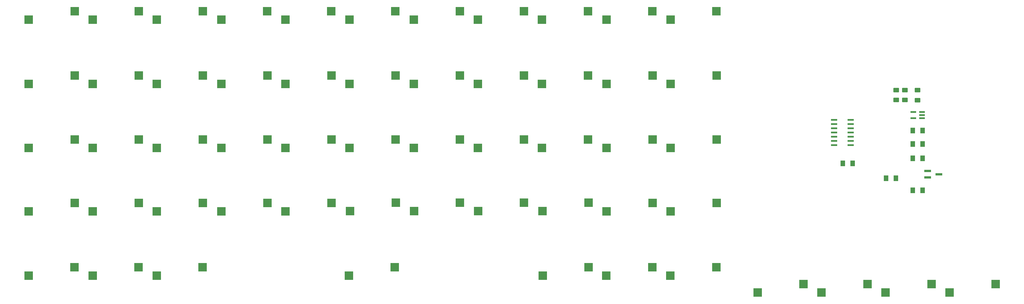
<source format=gbr>
G04 #@! TF.GenerationSoftware,KiCad,Pcbnew,(6.0.7)*
G04 #@! TF.CreationDate,2023-01-06T19:07:42-08:00*
G04 #@! TF.ProjectId,openot rev2,6f70656e-6f74-4207-9265-76322e6b6963,rev?*
G04 #@! TF.SameCoordinates,Original*
G04 #@! TF.FileFunction,Paste,Bot*
G04 #@! TF.FilePolarity,Positive*
%FSLAX46Y46*%
G04 Gerber Fmt 4.6, Leading zero omitted, Abs format (unit mm)*
G04 Created by KiCad (PCBNEW (6.0.7)) date 2023-01-06 19:07:42*
%MOMM*%
%LPD*%
G01*
G04 APERTURE LIST*
G04 Aperture macros list*
%AMRoundRect*
0 Rectangle with rounded corners*
0 $1 Rounding radius*
0 $2 $3 $4 $5 $6 $7 $8 $9 X,Y pos of 4 corners*
0 Add a 4 corners polygon primitive as box body*
4,1,4,$2,$3,$4,$5,$6,$7,$8,$9,$2,$3,0*
0 Add four circle primitives for the rounded corners*
1,1,$1+$1,$2,$3*
1,1,$1+$1,$4,$5*
1,1,$1+$1,$6,$7*
1,1,$1+$1,$8,$9*
0 Add four rect primitives between the rounded corners*
20,1,$1+$1,$2,$3,$4,$5,0*
20,1,$1+$1,$4,$5,$6,$7,0*
20,1,$1+$1,$6,$7,$8,$9,0*
20,1,$1+$1,$8,$9,$2,$3,0*%
G04 Aperture macros list end*
%ADD10R,2.550000X2.500000*%
%ADD11RoundRect,0.250001X-0.462499X-0.624999X0.462499X-0.624999X0.462499X0.624999X-0.462499X0.624999X0*%
%ADD12R,1.970000X0.600000*%
%ADD13RoundRect,0.250001X0.462499X0.624999X-0.462499X0.624999X-0.462499X-0.624999X0.462499X-0.624999X0*%
%ADD14R,2.000000X0.650000*%
%ADD15R,1.800000X0.600000*%
%ADD16RoundRect,0.250001X-0.624999X0.462499X-0.624999X-0.462499X0.624999X-0.462499X0.624999X0.462499X0*%
%ADD17RoundRect,0.250001X0.624999X-0.462499X0.624999X0.462499X-0.624999X0.462499X-0.624999X-0.462499X0*%
G04 APERTURE END LIST*
D10*
X161343800Y-128613600D03*
X147493800Y-131153600D03*
X122578533Y-89942285D03*
X108728533Y-92482285D03*
X122558000Y-167120000D03*
X108708000Y-169660000D03*
X238686800Y-128613600D03*
X224836800Y-131153600D03*
X238864600Y-167120000D03*
X225014600Y-169660000D03*
X200083667Y-147676115D03*
X186233667Y-150216115D03*
X84000800Y-109309600D03*
X70150800Y-111849600D03*
X180647800Y-109309600D03*
X166797800Y-111849600D03*
X180470000Y-167120000D03*
X166620000Y-169660000D03*
X277371000Y-167120000D03*
X263521000Y-169660000D03*
X83970533Y-89942285D03*
X70120533Y-92482285D03*
X142039800Y-109309600D03*
X128189800Y-111849600D03*
X103254000Y-167120000D03*
X89404000Y-169660000D03*
X103304800Y-128613600D03*
X89454800Y-131153600D03*
X122608800Y-147714400D03*
X108758800Y-150254400D03*
X84000800Y-147714400D03*
X70150800Y-150254400D03*
X258117800Y-147714400D03*
X244267800Y-150254400D03*
X103304800Y-147714400D03*
X89454800Y-150254400D03*
X180779667Y-147676115D03*
X166929667Y-150216115D03*
X361495801Y-172250801D03*
X347645801Y-174790801D03*
X200048533Y-89942285D03*
X186198533Y-92482285D03*
X161313533Y-89942285D03*
X147463533Y-92482285D03*
X238686800Y-109309600D03*
X224836800Y-111849600D03*
X200078800Y-109309600D03*
X186228800Y-111849600D03*
X200078800Y-128613600D03*
X186228800Y-131153600D03*
X142009533Y-89942285D03*
X128159533Y-92482285D03*
X142039800Y-147714400D03*
X128189800Y-150254400D03*
X258117800Y-109309600D03*
X244267800Y-111849600D03*
X122608800Y-109309600D03*
X108758800Y-111849600D03*
X277421800Y-109309600D03*
X263571800Y-111849600D03*
X277391533Y-89942285D03*
X263541533Y-92482285D03*
X238656533Y-89942285D03*
X224806533Y-92482285D03*
X238818667Y-147676115D03*
X224968667Y-150216115D03*
X277421800Y-147714400D03*
X263571800Y-150254400D03*
X122608800Y-128613600D03*
X108758800Y-131153600D03*
X161343800Y-109309600D03*
X147493800Y-111849600D03*
X180617533Y-89942285D03*
X166767533Y-92482285D03*
X342191801Y-172250801D03*
X328341801Y-174790801D03*
X142039800Y-128613600D03*
X128189800Y-131153600D03*
X322887800Y-172250801D03*
X309037800Y-174790801D03*
X219387667Y-147676115D03*
X205537667Y-150216115D03*
X219352533Y-89942285D03*
X205502533Y-92482285D03*
X258067000Y-167120000D03*
X244217000Y-169660000D03*
X103274533Y-89942285D03*
X89424533Y-92482285D03*
X83950000Y-167120000D03*
X70100000Y-169660000D03*
X303660000Y-172250800D03*
X289810000Y-174790800D03*
X258117800Y-128613600D03*
X244267800Y-131153600D03*
X180647800Y-128613600D03*
X166797800Y-131153600D03*
X103304800Y-109309600D03*
X89454800Y-111849600D03*
X277421800Y-128613600D03*
X263571800Y-131153600D03*
X219382800Y-109309600D03*
X205532800Y-111849600D03*
X161343800Y-147714400D03*
X147493800Y-150254400D03*
X84000800Y-128613600D03*
X70150800Y-131153600D03*
X258087533Y-89942285D03*
X244237533Y-92482285D03*
X219382800Y-128613600D03*
X205532800Y-131153600D03*
D11*
X336588183Y-129928234D03*
X339563183Y-129928234D03*
D12*
X317840683Y-122674234D03*
X317840683Y-123944234D03*
X317840683Y-125214234D03*
X317840683Y-126484234D03*
X317840683Y-127754234D03*
X317840683Y-129024234D03*
X317840683Y-130294234D03*
X312890683Y-130294234D03*
X312890683Y-129024234D03*
X312890683Y-127754234D03*
X312890683Y-126484234D03*
X312890683Y-125214234D03*
X312890683Y-123944234D03*
X312890683Y-122674234D03*
D13*
X318481183Y-135770234D03*
X315506183Y-135770234D03*
D14*
X341005683Y-140034234D03*
X341005683Y-138134234D03*
X344425683Y-139084234D03*
D13*
X339563183Y-143898234D03*
X336588183Y-143898234D03*
D15*
X339315683Y-120284234D03*
X339315683Y-121234234D03*
X339315683Y-122184234D03*
X336715683Y-122184234D03*
X336715683Y-120284234D03*
D13*
X339563183Y-125864234D03*
X336588183Y-125864234D03*
D16*
X334215683Y-113696734D03*
X334215683Y-116671734D03*
D17*
X338015683Y-116721734D03*
X338015683Y-113746734D03*
X331565683Y-116671734D03*
X331565683Y-113696734D03*
D13*
X339563183Y-134246234D03*
X336588183Y-134246234D03*
D11*
X328478183Y-140284234D03*
X331453183Y-140284234D03*
M02*

</source>
